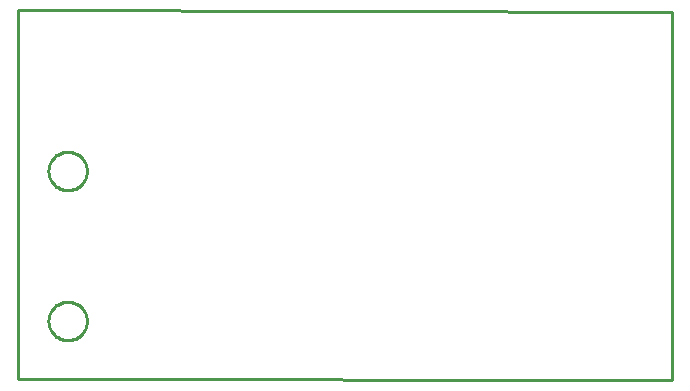
<source format=gbr>
G04 EAGLE Gerber X2 export*
%TF.Part,Single*%
%TF.FileFunction,Profile,NP*%
%TF.FilePolarity,Positive*%
%TF.GenerationSoftware,Autodesk,EAGLE,8.6.3*%
%TF.CreationDate,2019-02-20T16:21:40Z*%
G75*
%MOMM*%
%FSLAX34Y34*%
%LPD*%
%AMOC8*
5,1,8,0,0,1.08239X$1,22.5*%
G01*
%ADD10C,0.254000*%


D10*
X-4000Y-11000D02*
X550000Y-12000D01*
X550000Y300000D01*
X-4000Y301000D01*
X-4000Y-11000D01*
X37568Y21844D02*
X36506Y21914D01*
X35451Y22053D01*
X34407Y22260D01*
X33379Y22536D01*
X32371Y22878D01*
X31387Y23285D01*
X30433Y23756D01*
X29511Y24288D01*
X28626Y24879D01*
X27782Y25527D01*
X26982Y26229D01*
X26229Y26982D01*
X25527Y27782D01*
X24879Y28626D01*
X24288Y29511D01*
X23756Y30433D01*
X23285Y31387D01*
X22878Y32371D01*
X22536Y33379D01*
X22260Y34407D01*
X22053Y35451D01*
X21914Y36506D01*
X21844Y37568D01*
X21844Y38632D01*
X21914Y39694D01*
X22053Y40749D01*
X22260Y41793D01*
X22536Y42821D01*
X22878Y43829D01*
X23285Y44813D01*
X23756Y45767D01*
X24288Y46689D01*
X24879Y47574D01*
X25527Y48418D01*
X26229Y49218D01*
X26982Y49971D01*
X27782Y50673D01*
X28626Y51321D01*
X29511Y51912D01*
X30433Y52444D01*
X31387Y52915D01*
X32371Y53322D01*
X33379Y53664D01*
X34407Y53940D01*
X35451Y54147D01*
X36506Y54286D01*
X37568Y54356D01*
X38632Y54356D01*
X39694Y54286D01*
X40749Y54147D01*
X41793Y53940D01*
X42821Y53664D01*
X43829Y53322D01*
X44813Y52915D01*
X45767Y52444D01*
X46689Y51912D01*
X47574Y51321D01*
X48418Y50673D01*
X49218Y49971D01*
X49971Y49218D01*
X50673Y48418D01*
X51321Y47574D01*
X51912Y46689D01*
X52444Y45767D01*
X52915Y44813D01*
X53322Y43829D01*
X53664Y42821D01*
X53940Y41793D01*
X54147Y40749D01*
X54286Y39694D01*
X54356Y38632D01*
X54356Y37568D01*
X54286Y36506D01*
X54147Y35451D01*
X53940Y34407D01*
X53664Y33379D01*
X53322Y32371D01*
X52915Y31387D01*
X52444Y30433D01*
X51912Y29511D01*
X51321Y28626D01*
X50673Y27782D01*
X49971Y26982D01*
X49218Y26229D01*
X48418Y25527D01*
X47574Y24879D01*
X46689Y24288D01*
X45767Y23756D01*
X44813Y23285D01*
X43829Y22878D01*
X42821Y22536D01*
X41793Y22260D01*
X40749Y22053D01*
X39694Y21914D01*
X38632Y21844D01*
X37568Y21844D01*
X37568Y148844D02*
X36506Y148914D01*
X35451Y149053D01*
X34407Y149260D01*
X33379Y149536D01*
X32371Y149878D01*
X31387Y150285D01*
X30433Y150756D01*
X29511Y151288D01*
X28626Y151879D01*
X27782Y152527D01*
X26982Y153229D01*
X26229Y153982D01*
X25527Y154782D01*
X24879Y155626D01*
X24288Y156511D01*
X23756Y157433D01*
X23285Y158387D01*
X22878Y159371D01*
X22536Y160379D01*
X22260Y161407D01*
X22053Y162451D01*
X21914Y163506D01*
X21844Y164568D01*
X21844Y165632D01*
X21914Y166694D01*
X22053Y167749D01*
X22260Y168793D01*
X22536Y169821D01*
X22878Y170829D01*
X23285Y171813D01*
X23756Y172767D01*
X24288Y173689D01*
X24879Y174574D01*
X25527Y175418D01*
X26229Y176218D01*
X26982Y176971D01*
X27782Y177673D01*
X28626Y178321D01*
X29511Y178912D01*
X30433Y179444D01*
X31387Y179915D01*
X32371Y180322D01*
X33379Y180664D01*
X34407Y180940D01*
X35451Y181147D01*
X36506Y181286D01*
X37568Y181356D01*
X38632Y181356D01*
X39694Y181286D01*
X40749Y181147D01*
X41793Y180940D01*
X42821Y180664D01*
X43829Y180322D01*
X44813Y179915D01*
X45767Y179444D01*
X46689Y178912D01*
X47574Y178321D01*
X48418Y177673D01*
X49218Y176971D01*
X49971Y176218D01*
X50673Y175418D01*
X51321Y174574D01*
X51912Y173689D01*
X52444Y172767D01*
X52915Y171813D01*
X53322Y170829D01*
X53664Y169821D01*
X53940Y168793D01*
X54147Y167749D01*
X54286Y166694D01*
X54356Y165632D01*
X54356Y164568D01*
X54286Y163506D01*
X54147Y162451D01*
X53940Y161407D01*
X53664Y160379D01*
X53322Y159371D01*
X52915Y158387D01*
X52444Y157433D01*
X51912Y156511D01*
X51321Y155626D01*
X50673Y154782D01*
X49971Y153982D01*
X49218Y153229D01*
X48418Y152527D01*
X47574Y151879D01*
X46689Y151288D01*
X45767Y150756D01*
X44813Y150285D01*
X43829Y149878D01*
X42821Y149536D01*
X41793Y149260D01*
X40749Y149053D01*
X39694Y148914D01*
X38632Y148844D01*
X37568Y148844D01*
M02*

</source>
